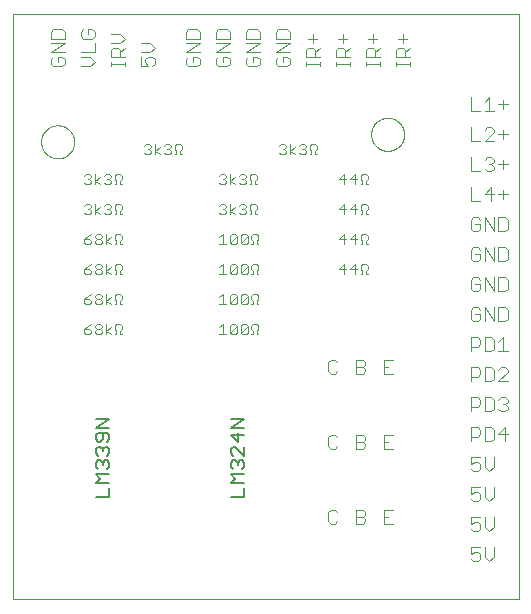
<source format=gto>
G75*
%MOIN*%
%OFA0B0*%
%FSLAX25Y25*%
%IPPOS*%
%LPD*%
%AMOC8*
5,1,8,0,0,1.08239X$1,22.5*
%
%ADD10C,0.00000*%
%ADD11C,0.00400*%
%ADD12C,0.00500*%
D10*
X0001000Y0001000D02*
X0001000Y0195961D01*
X0169701Y0195961D01*
X0169701Y0001000D01*
X0001000Y0001000D01*
X0010488Y0153500D02*
X0010490Y0153648D01*
X0010496Y0153796D01*
X0010506Y0153944D01*
X0010520Y0154091D01*
X0010538Y0154238D01*
X0010559Y0154384D01*
X0010585Y0154530D01*
X0010615Y0154675D01*
X0010648Y0154819D01*
X0010686Y0154962D01*
X0010727Y0155104D01*
X0010772Y0155245D01*
X0010820Y0155385D01*
X0010873Y0155524D01*
X0010929Y0155661D01*
X0010989Y0155796D01*
X0011052Y0155930D01*
X0011119Y0156062D01*
X0011190Y0156192D01*
X0011264Y0156320D01*
X0011341Y0156446D01*
X0011422Y0156570D01*
X0011506Y0156692D01*
X0011593Y0156811D01*
X0011684Y0156928D01*
X0011778Y0157043D01*
X0011874Y0157155D01*
X0011974Y0157265D01*
X0012076Y0157371D01*
X0012182Y0157475D01*
X0012290Y0157576D01*
X0012401Y0157674D01*
X0012514Y0157770D01*
X0012630Y0157862D01*
X0012748Y0157951D01*
X0012869Y0158036D01*
X0012992Y0158119D01*
X0013117Y0158198D01*
X0013244Y0158274D01*
X0013373Y0158346D01*
X0013504Y0158415D01*
X0013637Y0158480D01*
X0013772Y0158541D01*
X0013908Y0158599D01*
X0014045Y0158654D01*
X0014184Y0158704D01*
X0014325Y0158751D01*
X0014466Y0158794D01*
X0014609Y0158834D01*
X0014753Y0158869D01*
X0014897Y0158901D01*
X0015043Y0158928D01*
X0015189Y0158952D01*
X0015336Y0158972D01*
X0015483Y0158988D01*
X0015630Y0159000D01*
X0015778Y0159008D01*
X0015926Y0159012D01*
X0016074Y0159012D01*
X0016222Y0159008D01*
X0016370Y0159000D01*
X0016517Y0158988D01*
X0016664Y0158972D01*
X0016811Y0158952D01*
X0016957Y0158928D01*
X0017103Y0158901D01*
X0017247Y0158869D01*
X0017391Y0158834D01*
X0017534Y0158794D01*
X0017675Y0158751D01*
X0017816Y0158704D01*
X0017955Y0158654D01*
X0018092Y0158599D01*
X0018228Y0158541D01*
X0018363Y0158480D01*
X0018496Y0158415D01*
X0018627Y0158346D01*
X0018756Y0158274D01*
X0018883Y0158198D01*
X0019008Y0158119D01*
X0019131Y0158036D01*
X0019252Y0157951D01*
X0019370Y0157862D01*
X0019486Y0157770D01*
X0019599Y0157674D01*
X0019710Y0157576D01*
X0019818Y0157475D01*
X0019924Y0157371D01*
X0020026Y0157265D01*
X0020126Y0157155D01*
X0020222Y0157043D01*
X0020316Y0156928D01*
X0020407Y0156811D01*
X0020494Y0156692D01*
X0020578Y0156570D01*
X0020659Y0156446D01*
X0020736Y0156320D01*
X0020810Y0156192D01*
X0020881Y0156062D01*
X0020948Y0155930D01*
X0021011Y0155796D01*
X0021071Y0155661D01*
X0021127Y0155524D01*
X0021180Y0155385D01*
X0021228Y0155245D01*
X0021273Y0155104D01*
X0021314Y0154962D01*
X0021352Y0154819D01*
X0021385Y0154675D01*
X0021415Y0154530D01*
X0021441Y0154384D01*
X0021462Y0154238D01*
X0021480Y0154091D01*
X0021494Y0153944D01*
X0021504Y0153796D01*
X0021510Y0153648D01*
X0021512Y0153500D01*
X0021510Y0153352D01*
X0021504Y0153204D01*
X0021494Y0153056D01*
X0021480Y0152909D01*
X0021462Y0152762D01*
X0021441Y0152616D01*
X0021415Y0152470D01*
X0021385Y0152325D01*
X0021352Y0152181D01*
X0021314Y0152038D01*
X0021273Y0151896D01*
X0021228Y0151755D01*
X0021180Y0151615D01*
X0021127Y0151476D01*
X0021071Y0151339D01*
X0021011Y0151204D01*
X0020948Y0151070D01*
X0020881Y0150938D01*
X0020810Y0150808D01*
X0020736Y0150680D01*
X0020659Y0150554D01*
X0020578Y0150430D01*
X0020494Y0150308D01*
X0020407Y0150189D01*
X0020316Y0150072D01*
X0020222Y0149957D01*
X0020126Y0149845D01*
X0020026Y0149735D01*
X0019924Y0149629D01*
X0019818Y0149525D01*
X0019710Y0149424D01*
X0019599Y0149326D01*
X0019486Y0149230D01*
X0019370Y0149138D01*
X0019252Y0149049D01*
X0019131Y0148964D01*
X0019008Y0148881D01*
X0018883Y0148802D01*
X0018756Y0148726D01*
X0018627Y0148654D01*
X0018496Y0148585D01*
X0018363Y0148520D01*
X0018228Y0148459D01*
X0018092Y0148401D01*
X0017955Y0148346D01*
X0017816Y0148296D01*
X0017675Y0148249D01*
X0017534Y0148206D01*
X0017391Y0148166D01*
X0017247Y0148131D01*
X0017103Y0148099D01*
X0016957Y0148072D01*
X0016811Y0148048D01*
X0016664Y0148028D01*
X0016517Y0148012D01*
X0016370Y0148000D01*
X0016222Y0147992D01*
X0016074Y0147988D01*
X0015926Y0147988D01*
X0015778Y0147992D01*
X0015630Y0148000D01*
X0015483Y0148012D01*
X0015336Y0148028D01*
X0015189Y0148048D01*
X0015043Y0148072D01*
X0014897Y0148099D01*
X0014753Y0148131D01*
X0014609Y0148166D01*
X0014466Y0148206D01*
X0014325Y0148249D01*
X0014184Y0148296D01*
X0014045Y0148346D01*
X0013908Y0148401D01*
X0013772Y0148459D01*
X0013637Y0148520D01*
X0013504Y0148585D01*
X0013373Y0148654D01*
X0013244Y0148726D01*
X0013117Y0148802D01*
X0012992Y0148881D01*
X0012869Y0148964D01*
X0012748Y0149049D01*
X0012630Y0149138D01*
X0012514Y0149230D01*
X0012401Y0149326D01*
X0012290Y0149424D01*
X0012182Y0149525D01*
X0012076Y0149629D01*
X0011974Y0149735D01*
X0011874Y0149845D01*
X0011778Y0149957D01*
X0011684Y0150072D01*
X0011593Y0150189D01*
X0011506Y0150308D01*
X0011422Y0150430D01*
X0011341Y0150554D01*
X0011264Y0150680D01*
X0011190Y0150808D01*
X0011119Y0150938D01*
X0011052Y0151070D01*
X0010989Y0151204D01*
X0010929Y0151339D01*
X0010873Y0151476D01*
X0010820Y0151615D01*
X0010772Y0151755D01*
X0010727Y0151896D01*
X0010686Y0152038D01*
X0010648Y0152181D01*
X0010615Y0152325D01*
X0010585Y0152470D01*
X0010559Y0152616D01*
X0010538Y0152762D01*
X0010520Y0152909D01*
X0010506Y0153056D01*
X0010496Y0153204D01*
X0010490Y0153352D01*
X0010488Y0153500D01*
X0120488Y0156000D02*
X0120490Y0156148D01*
X0120496Y0156296D01*
X0120506Y0156444D01*
X0120520Y0156591D01*
X0120538Y0156738D01*
X0120559Y0156884D01*
X0120585Y0157030D01*
X0120615Y0157175D01*
X0120648Y0157319D01*
X0120686Y0157462D01*
X0120727Y0157604D01*
X0120772Y0157745D01*
X0120820Y0157885D01*
X0120873Y0158024D01*
X0120929Y0158161D01*
X0120989Y0158296D01*
X0121052Y0158430D01*
X0121119Y0158562D01*
X0121190Y0158692D01*
X0121264Y0158820D01*
X0121341Y0158946D01*
X0121422Y0159070D01*
X0121506Y0159192D01*
X0121593Y0159311D01*
X0121684Y0159428D01*
X0121778Y0159543D01*
X0121874Y0159655D01*
X0121974Y0159765D01*
X0122076Y0159871D01*
X0122182Y0159975D01*
X0122290Y0160076D01*
X0122401Y0160174D01*
X0122514Y0160270D01*
X0122630Y0160362D01*
X0122748Y0160451D01*
X0122869Y0160536D01*
X0122992Y0160619D01*
X0123117Y0160698D01*
X0123244Y0160774D01*
X0123373Y0160846D01*
X0123504Y0160915D01*
X0123637Y0160980D01*
X0123772Y0161041D01*
X0123908Y0161099D01*
X0124045Y0161154D01*
X0124184Y0161204D01*
X0124325Y0161251D01*
X0124466Y0161294D01*
X0124609Y0161334D01*
X0124753Y0161369D01*
X0124897Y0161401D01*
X0125043Y0161428D01*
X0125189Y0161452D01*
X0125336Y0161472D01*
X0125483Y0161488D01*
X0125630Y0161500D01*
X0125778Y0161508D01*
X0125926Y0161512D01*
X0126074Y0161512D01*
X0126222Y0161508D01*
X0126370Y0161500D01*
X0126517Y0161488D01*
X0126664Y0161472D01*
X0126811Y0161452D01*
X0126957Y0161428D01*
X0127103Y0161401D01*
X0127247Y0161369D01*
X0127391Y0161334D01*
X0127534Y0161294D01*
X0127675Y0161251D01*
X0127816Y0161204D01*
X0127955Y0161154D01*
X0128092Y0161099D01*
X0128228Y0161041D01*
X0128363Y0160980D01*
X0128496Y0160915D01*
X0128627Y0160846D01*
X0128756Y0160774D01*
X0128883Y0160698D01*
X0129008Y0160619D01*
X0129131Y0160536D01*
X0129252Y0160451D01*
X0129370Y0160362D01*
X0129486Y0160270D01*
X0129599Y0160174D01*
X0129710Y0160076D01*
X0129818Y0159975D01*
X0129924Y0159871D01*
X0130026Y0159765D01*
X0130126Y0159655D01*
X0130222Y0159543D01*
X0130316Y0159428D01*
X0130407Y0159311D01*
X0130494Y0159192D01*
X0130578Y0159070D01*
X0130659Y0158946D01*
X0130736Y0158820D01*
X0130810Y0158692D01*
X0130881Y0158562D01*
X0130948Y0158430D01*
X0131011Y0158296D01*
X0131071Y0158161D01*
X0131127Y0158024D01*
X0131180Y0157885D01*
X0131228Y0157745D01*
X0131273Y0157604D01*
X0131314Y0157462D01*
X0131352Y0157319D01*
X0131385Y0157175D01*
X0131415Y0157030D01*
X0131441Y0156884D01*
X0131462Y0156738D01*
X0131480Y0156591D01*
X0131494Y0156444D01*
X0131504Y0156296D01*
X0131510Y0156148D01*
X0131512Y0156000D01*
X0131510Y0155852D01*
X0131504Y0155704D01*
X0131494Y0155556D01*
X0131480Y0155409D01*
X0131462Y0155262D01*
X0131441Y0155116D01*
X0131415Y0154970D01*
X0131385Y0154825D01*
X0131352Y0154681D01*
X0131314Y0154538D01*
X0131273Y0154396D01*
X0131228Y0154255D01*
X0131180Y0154115D01*
X0131127Y0153976D01*
X0131071Y0153839D01*
X0131011Y0153704D01*
X0130948Y0153570D01*
X0130881Y0153438D01*
X0130810Y0153308D01*
X0130736Y0153180D01*
X0130659Y0153054D01*
X0130578Y0152930D01*
X0130494Y0152808D01*
X0130407Y0152689D01*
X0130316Y0152572D01*
X0130222Y0152457D01*
X0130126Y0152345D01*
X0130026Y0152235D01*
X0129924Y0152129D01*
X0129818Y0152025D01*
X0129710Y0151924D01*
X0129599Y0151826D01*
X0129486Y0151730D01*
X0129370Y0151638D01*
X0129252Y0151549D01*
X0129131Y0151464D01*
X0129008Y0151381D01*
X0128883Y0151302D01*
X0128756Y0151226D01*
X0128627Y0151154D01*
X0128496Y0151085D01*
X0128363Y0151020D01*
X0128228Y0150959D01*
X0128092Y0150901D01*
X0127955Y0150846D01*
X0127816Y0150796D01*
X0127675Y0150749D01*
X0127534Y0150706D01*
X0127391Y0150666D01*
X0127247Y0150631D01*
X0127103Y0150599D01*
X0126957Y0150572D01*
X0126811Y0150548D01*
X0126664Y0150528D01*
X0126517Y0150512D01*
X0126370Y0150500D01*
X0126222Y0150492D01*
X0126074Y0150488D01*
X0125926Y0150488D01*
X0125778Y0150492D01*
X0125630Y0150500D01*
X0125483Y0150512D01*
X0125336Y0150528D01*
X0125189Y0150548D01*
X0125043Y0150572D01*
X0124897Y0150599D01*
X0124753Y0150631D01*
X0124609Y0150666D01*
X0124466Y0150706D01*
X0124325Y0150749D01*
X0124184Y0150796D01*
X0124045Y0150846D01*
X0123908Y0150901D01*
X0123772Y0150959D01*
X0123637Y0151020D01*
X0123504Y0151085D01*
X0123373Y0151154D01*
X0123244Y0151226D01*
X0123117Y0151302D01*
X0122992Y0151381D01*
X0122869Y0151464D01*
X0122748Y0151549D01*
X0122630Y0151638D01*
X0122514Y0151730D01*
X0122401Y0151826D01*
X0122290Y0151924D01*
X0122182Y0152025D01*
X0122076Y0152129D01*
X0121974Y0152235D01*
X0121874Y0152345D01*
X0121778Y0152457D01*
X0121684Y0152572D01*
X0121593Y0152689D01*
X0121506Y0152808D01*
X0121422Y0152930D01*
X0121341Y0153054D01*
X0121264Y0153180D01*
X0121190Y0153308D01*
X0121119Y0153438D01*
X0121052Y0153570D01*
X0120989Y0153704D01*
X0120929Y0153839D01*
X0120873Y0153976D01*
X0120820Y0154115D01*
X0120772Y0154255D01*
X0120727Y0154396D01*
X0120686Y0154538D01*
X0120648Y0154681D01*
X0120615Y0154825D01*
X0120585Y0154970D01*
X0120559Y0155116D01*
X0120538Y0155262D01*
X0120520Y0155409D01*
X0120506Y0155556D01*
X0120496Y0155704D01*
X0120490Y0155852D01*
X0120488Y0156000D01*
D11*
X0118734Y0142803D02*
X0117566Y0142803D01*
X0116982Y0142219D01*
X0116982Y0141051D01*
X0117566Y0140468D01*
X0117566Y0139300D01*
X0116982Y0139300D01*
X0118734Y0139300D02*
X0118734Y0140468D01*
X0119317Y0141051D01*
X0119317Y0142219D01*
X0118734Y0142803D01*
X0115726Y0141051D02*
X0113391Y0141051D01*
X0115143Y0142803D01*
X0115143Y0139300D01*
X0112135Y0141051D02*
X0109800Y0141051D01*
X0111551Y0142803D01*
X0111551Y0139300D01*
X0111551Y0132803D02*
X0109800Y0131051D01*
X0112135Y0131051D01*
X0113391Y0131051D02*
X0115726Y0131051D01*
X0116982Y0131051D02*
X0116982Y0132219D01*
X0117566Y0132803D01*
X0118734Y0132803D01*
X0119317Y0132219D01*
X0119317Y0131051D01*
X0118734Y0130468D01*
X0118734Y0129300D01*
X0119317Y0129300D01*
X0117566Y0129300D02*
X0117566Y0130468D01*
X0116982Y0131051D01*
X0116982Y0129300D02*
X0117566Y0129300D01*
X0115143Y0129300D02*
X0115143Y0132803D01*
X0113391Y0131051D01*
X0111551Y0129300D02*
X0111551Y0132803D01*
X0118734Y0139300D02*
X0119317Y0139300D01*
X0118734Y0122803D02*
X0117566Y0122803D01*
X0116982Y0122219D01*
X0116982Y0121051D01*
X0117566Y0120468D01*
X0117566Y0119300D01*
X0116982Y0119300D01*
X0118734Y0119300D02*
X0118734Y0120468D01*
X0119317Y0121051D01*
X0119317Y0122219D01*
X0118734Y0122803D01*
X0115726Y0121051D02*
X0113391Y0121051D01*
X0115143Y0122803D01*
X0115143Y0119300D01*
X0112135Y0121051D02*
X0109800Y0121051D01*
X0111551Y0122803D01*
X0111551Y0119300D01*
X0111551Y0112803D02*
X0109800Y0111051D01*
X0112135Y0111051D01*
X0113391Y0111051D02*
X0115726Y0111051D01*
X0116982Y0111051D02*
X0116982Y0112219D01*
X0117566Y0112803D01*
X0118734Y0112803D01*
X0119317Y0112219D01*
X0119317Y0111051D01*
X0118734Y0110468D01*
X0118734Y0109300D01*
X0119317Y0109300D01*
X0117566Y0109300D02*
X0117566Y0110468D01*
X0116982Y0111051D01*
X0116982Y0109300D02*
X0117566Y0109300D01*
X0115143Y0109300D02*
X0115143Y0112803D01*
X0113391Y0111051D01*
X0111551Y0109300D02*
X0111551Y0112803D01*
X0118734Y0119300D02*
X0119317Y0119300D01*
X0102310Y0149300D02*
X0101726Y0149300D01*
X0101726Y0150468D01*
X0102310Y0151051D01*
X0102310Y0152219D01*
X0101726Y0152803D01*
X0100559Y0152803D01*
X0099975Y0152219D01*
X0099975Y0151051D01*
X0100559Y0150468D01*
X0100559Y0149300D01*
X0099975Y0149300D01*
X0098719Y0149884D02*
X0098135Y0149300D01*
X0096967Y0149300D01*
X0096384Y0149884D01*
X0095143Y0149300D02*
X0093391Y0150468D01*
X0095143Y0151635D01*
X0096384Y0152219D02*
X0096967Y0152803D01*
X0098135Y0152803D01*
X0098719Y0152219D01*
X0098719Y0151635D01*
X0098135Y0151051D01*
X0098719Y0150468D01*
X0098719Y0149884D01*
X0098135Y0151051D02*
X0097551Y0151051D01*
X0093391Y0149300D02*
X0093391Y0152803D01*
X0092135Y0152219D02*
X0092135Y0151635D01*
X0091551Y0151051D01*
X0092135Y0150468D01*
X0092135Y0149884D01*
X0091551Y0149300D01*
X0090384Y0149300D01*
X0089800Y0149884D01*
X0090968Y0151051D02*
X0091551Y0151051D01*
X0092135Y0152219D02*
X0091551Y0152803D01*
X0090384Y0152803D01*
X0089800Y0152219D01*
X0081726Y0142803D02*
X0082310Y0142219D01*
X0082310Y0141051D01*
X0081726Y0140468D01*
X0081726Y0139300D01*
X0082310Y0139300D01*
X0080559Y0139300D02*
X0080559Y0140468D01*
X0079975Y0141051D01*
X0079975Y0142219D01*
X0080559Y0142803D01*
X0081726Y0142803D01*
X0078719Y0142219D02*
X0078719Y0141635D01*
X0078135Y0141051D01*
X0078719Y0140468D01*
X0078719Y0139884D01*
X0078135Y0139300D01*
X0076967Y0139300D01*
X0076384Y0139884D01*
X0075143Y0139300D02*
X0073391Y0140468D01*
X0075143Y0141635D01*
X0076384Y0142219D02*
X0076967Y0142803D01*
X0078135Y0142803D01*
X0078719Y0142219D01*
X0078135Y0141051D02*
X0077551Y0141051D01*
X0079975Y0139300D02*
X0080559Y0139300D01*
X0080559Y0132803D02*
X0079975Y0132219D01*
X0079975Y0131051D01*
X0080559Y0130468D01*
X0080559Y0129300D01*
X0079975Y0129300D01*
X0078719Y0129884D02*
X0078135Y0129300D01*
X0076967Y0129300D01*
X0076384Y0129884D01*
X0075143Y0129300D02*
X0073391Y0130468D01*
X0075143Y0131635D01*
X0076384Y0132219D02*
X0076967Y0132803D01*
X0078135Y0132803D01*
X0078719Y0132219D01*
X0078719Y0131635D01*
X0078135Y0131051D01*
X0078719Y0130468D01*
X0078719Y0129884D01*
X0078135Y0131051D02*
X0077551Y0131051D01*
X0080559Y0132803D02*
X0081726Y0132803D01*
X0082310Y0132219D01*
X0082310Y0131051D01*
X0081726Y0130468D01*
X0081726Y0129300D01*
X0082310Y0129300D01*
X0082325Y0122803D02*
X0081157Y0122803D01*
X0080573Y0122219D01*
X0080573Y0121051D01*
X0081157Y0120468D01*
X0081157Y0119300D01*
X0080573Y0119300D01*
X0079317Y0119884D02*
X0078734Y0119300D01*
X0077566Y0119300D01*
X0076982Y0119884D01*
X0079317Y0122219D01*
X0079317Y0119884D01*
X0076982Y0119884D02*
X0076982Y0122219D01*
X0077566Y0122803D01*
X0078734Y0122803D01*
X0079317Y0122219D01*
X0082325Y0122803D02*
X0082909Y0122219D01*
X0082909Y0121051D01*
X0082325Y0120468D01*
X0082325Y0119300D01*
X0082909Y0119300D01*
X0082325Y0112803D02*
X0081157Y0112803D01*
X0080573Y0112219D01*
X0080573Y0111051D01*
X0081157Y0110468D01*
X0081157Y0109300D01*
X0080573Y0109300D01*
X0079317Y0109884D02*
X0079317Y0112219D01*
X0076982Y0109884D01*
X0077566Y0109300D01*
X0078734Y0109300D01*
X0079317Y0109884D01*
X0076982Y0109884D02*
X0076982Y0112219D01*
X0077566Y0112803D01*
X0078734Y0112803D01*
X0079317Y0112219D01*
X0082325Y0112803D02*
X0082909Y0112219D01*
X0082909Y0111051D01*
X0082325Y0110468D01*
X0082325Y0109300D01*
X0082909Y0109300D01*
X0082325Y0102803D02*
X0081157Y0102803D01*
X0080573Y0102219D01*
X0080573Y0101051D01*
X0081157Y0100468D01*
X0081157Y0099300D01*
X0080573Y0099300D01*
X0079317Y0099884D02*
X0079317Y0102219D01*
X0076982Y0099884D01*
X0077566Y0099300D01*
X0078734Y0099300D01*
X0079317Y0099884D01*
X0076982Y0099884D02*
X0076982Y0102219D01*
X0077566Y0102803D01*
X0078734Y0102803D01*
X0079317Y0102219D01*
X0082325Y0102803D02*
X0082909Y0102219D01*
X0082909Y0101051D01*
X0082325Y0100468D01*
X0082325Y0099300D01*
X0082909Y0099300D01*
X0082325Y0092803D02*
X0081157Y0092803D01*
X0080573Y0092219D01*
X0080573Y0091051D01*
X0081157Y0090468D01*
X0081157Y0089300D01*
X0080573Y0089300D01*
X0079317Y0089884D02*
X0079317Y0092219D01*
X0076982Y0089884D01*
X0077566Y0089300D01*
X0078734Y0089300D01*
X0079317Y0089884D01*
X0076982Y0089884D02*
X0076982Y0092219D01*
X0077566Y0092803D01*
X0078734Y0092803D01*
X0079317Y0092219D01*
X0082325Y0092803D02*
X0082909Y0092219D01*
X0082909Y0091051D01*
X0082325Y0090468D01*
X0082325Y0089300D01*
X0082909Y0089300D01*
X0075726Y0089884D02*
X0075143Y0089300D01*
X0073975Y0089300D01*
X0073391Y0089884D01*
X0075726Y0092219D01*
X0075726Y0089884D01*
X0075726Y0092219D02*
X0075143Y0092803D01*
X0073975Y0092803D01*
X0073391Y0092219D01*
X0073391Y0089884D01*
X0072135Y0089300D02*
X0069800Y0089300D01*
X0070968Y0089300D02*
X0070968Y0092803D01*
X0069800Y0091635D01*
X0069800Y0099300D02*
X0072135Y0099300D01*
X0070968Y0099300D02*
X0070968Y0102803D01*
X0069800Y0101635D01*
X0073391Y0102219D02*
X0073391Y0099884D01*
X0075726Y0102219D01*
X0075726Y0099884D01*
X0075143Y0099300D01*
X0073975Y0099300D01*
X0073391Y0099884D01*
X0073391Y0102219D02*
X0073975Y0102803D01*
X0075143Y0102803D01*
X0075726Y0102219D01*
X0075143Y0109300D02*
X0073975Y0109300D01*
X0073391Y0109884D01*
X0075726Y0112219D01*
X0075726Y0109884D01*
X0075143Y0109300D01*
X0075726Y0112219D02*
X0075143Y0112803D01*
X0073975Y0112803D01*
X0073391Y0112219D01*
X0073391Y0109884D01*
X0072135Y0109300D02*
X0069800Y0109300D01*
X0070968Y0109300D02*
X0070968Y0112803D01*
X0069800Y0111635D01*
X0069800Y0119300D02*
X0072135Y0119300D01*
X0070968Y0119300D02*
X0070968Y0122803D01*
X0069800Y0121635D01*
X0073391Y0122219D02*
X0073391Y0119884D01*
X0075726Y0122219D01*
X0075726Y0119884D01*
X0075143Y0119300D01*
X0073975Y0119300D01*
X0073391Y0119884D01*
X0073391Y0122219D02*
X0073975Y0122803D01*
X0075143Y0122803D01*
X0075726Y0122219D01*
X0073391Y0129300D02*
X0073391Y0132803D01*
X0072135Y0132219D02*
X0072135Y0131635D01*
X0071551Y0131051D01*
X0072135Y0130468D01*
X0072135Y0129884D01*
X0071551Y0129300D01*
X0070384Y0129300D01*
X0069800Y0129884D01*
X0070968Y0131051D02*
X0071551Y0131051D01*
X0072135Y0132219D02*
X0071551Y0132803D01*
X0070384Y0132803D01*
X0069800Y0132219D01*
X0070384Y0139300D02*
X0069800Y0139884D01*
X0070384Y0139300D02*
X0071551Y0139300D01*
X0072135Y0139884D01*
X0072135Y0140468D01*
X0071551Y0141051D01*
X0070968Y0141051D01*
X0071551Y0141051D02*
X0072135Y0141635D01*
X0072135Y0142219D01*
X0071551Y0142803D01*
X0070384Y0142803D01*
X0069800Y0142219D01*
X0073391Y0142803D02*
X0073391Y0139300D01*
X0057310Y0149300D02*
X0056726Y0149300D01*
X0056726Y0150468D01*
X0057310Y0151051D01*
X0057310Y0152219D01*
X0056726Y0152803D01*
X0055559Y0152803D01*
X0054975Y0152219D01*
X0054975Y0151051D01*
X0055559Y0150468D01*
X0055559Y0149300D01*
X0054975Y0149300D01*
X0053719Y0149884D02*
X0053135Y0149300D01*
X0051967Y0149300D01*
X0051384Y0149884D01*
X0050143Y0149300D02*
X0048391Y0150468D01*
X0050143Y0151635D01*
X0051384Y0152219D02*
X0051967Y0152803D01*
X0053135Y0152803D01*
X0053719Y0152219D01*
X0053719Y0151635D01*
X0053135Y0151051D01*
X0053719Y0150468D01*
X0053719Y0149884D01*
X0053135Y0151051D02*
X0052551Y0151051D01*
X0048391Y0149300D02*
X0048391Y0152803D01*
X0047135Y0152219D02*
X0047135Y0151635D01*
X0046551Y0151051D01*
X0047135Y0150468D01*
X0047135Y0149884D01*
X0046551Y0149300D01*
X0045384Y0149300D01*
X0044800Y0149884D01*
X0045968Y0151051D02*
X0046551Y0151051D01*
X0047135Y0152219D02*
X0046551Y0152803D01*
X0045384Y0152803D01*
X0044800Y0152219D01*
X0036726Y0142803D02*
X0037310Y0142219D01*
X0037310Y0141051D01*
X0036726Y0140468D01*
X0036726Y0139300D01*
X0037310Y0139300D01*
X0035559Y0139300D02*
X0035559Y0140468D01*
X0034975Y0141051D01*
X0034975Y0142219D01*
X0035559Y0142803D01*
X0036726Y0142803D01*
X0033719Y0142219D02*
X0033719Y0141635D01*
X0033135Y0141051D01*
X0033719Y0140468D01*
X0033719Y0139884D01*
X0033135Y0139300D01*
X0031967Y0139300D01*
X0031384Y0139884D01*
X0030143Y0139300D02*
X0028391Y0140468D01*
X0030143Y0141635D01*
X0031384Y0142219D02*
X0031967Y0142803D01*
X0033135Y0142803D01*
X0033719Y0142219D01*
X0033135Y0141051D02*
X0032551Y0141051D01*
X0034975Y0139300D02*
X0035559Y0139300D01*
X0035559Y0132803D02*
X0036726Y0132803D01*
X0037310Y0132219D01*
X0037310Y0131051D01*
X0036726Y0130468D01*
X0036726Y0129300D01*
X0037310Y0129300D01*
X0035559Y0129300D02*
X0035559Y0130468D01*
X0034975Y0131051D01*
X0034975Y0132219D01*
X0035559Y0132803D01*
X0033719Y0132219D02*
X0033719Y0131635D01*
X0033135Y0131051D01*
X0033719Y0130468D01*
X0033719Y0129884D01*
X0033135Y0129300D01*
X0031967Y0129300D01*
X0031384Y0129884D01*
X0030143Y0129300D02*
X0028391Y0130468D01*
X0030143Y0131635D01*
X0031384Y0132219D02*
X0031967Y0132803D01*
X0033135Y0132803D01*
X0033719Y0132219D01*
X0033135Y0131051D02*
X0032551Y0131051D01*
X0034975Y0129300D02*
X0035559Y0129300D01*
X0035559Y0122803D02*
X0036726Y0122803D01*
X0037310Y0122219D01*
X0037310Y0121051D01*
X0036726Y0120468D01*
X0036726Y0119300D01*
X0037310Y0119300D01*
X0035559Y0119300D02*
X0035559Y0120468D01*
X0034975Y0121051D01*
X0034975Y0122219D01*
X0035559Y0122803D01*
X0033734Y0121635D02*
X0031982Y0120468D01*
X0033734Y0119300D01*
X0034975Y0119300D02*
X0035559Y0119300D01*
X0031982Y0119300D02*
X0031982Y0122803D01*
X0030726Y0122219D02*
X0030726Y0121635D01*
X0030143Y0121051D01*
X0028975Y0121051D01*
X0028391Y0121635D01*
X0028391Y0122219D01*
X0028975Y0122803D01*
X0030143Y0122803D01*
X0030726Y0122219D01*
X0030143Y0121051D02*
X0030726Y0120468D01*
X0030726Y0119884D01*
X0030143Y0119300D01*
X0028975Y0119300D01*
X0028391Y0119884D01*
X0028391Y0120468D01*
X0028975Y0121051D01*
X0027135Y0120468D02*
X0027135Y0119884D01*
X0026551Y0119300D01*
X0025384Y0119300D01*
X0024800Y0119884D01*
X0024800Y0121051D01*
X0026551Y0121051D01*
X0027135Y0120468D01*
X0025968Y0122219D02*
X0024800Y0121051D01*
X0025968Y0122219D02*
X0027135Y0122803D01*
X0026551Y0129300D02*
X0025384Y0129300D01*
X0024800Y0129884D01*
X0025968Y0131051D02*
X0026551Y0131051D01*
X0027135Y0130468D01*
X0027135Y0129884D01*
X0026551Y0129300D01*
X0026551Y0131051D02*
X0027135Y0131635D01*
X0027135Y0132219D01*
X0026551Y0132803D01*
X0025384Y0132803D01*
X0024800Y0132219D01*
X0028391Y0132803D02*
X0028391Y0129300D01*
X0028391Y0139300D02*
X0028391Y0142803D01*
X0027135Y0142219D02*
X0027135Y0141635D01*
X0026551Y0141051D01*
X0027135Y0140468D01*
X0027135Y0139884D01*
X0026551Y0139300D01*
X0025384Y0139300D01*
X0024800Y0139884D01*
X0025968Y0141051D02*
X0026551Y0141051D01*
X0027135Y0142219D02*
X0026551Y0142803D01*
X0025384Y0142803D01*
X0024800Y0142219D01*
X0027135Y0112803D02*
X0025968Y0112219D01*
X0024800Y0111051D01*
X0026551Y0111051D01*
X0027135Y0110468D01*
X0027135Y0109884D01*
X0026551Y0109300D01*
X0025384Y0109300D01*
X0024800Y0109884D01*
X0024800Y0111051D01*
X0028391Y0110468D02*
X0028391Y0109884D01*
X0028975Y0109300D01*
X0030143Y0109300D01*
X0030726Y0109884D01*
X0030726Y0110468D01*
X0030143Y0111051D01*
X0028975Y0111051D01*
X0028391Y0111635D01*
X0028391Y0112219D01*
X0028975Y0112803D01*
X0030143Y0112803D01*
X0030726Y0112219D01*
X0030726Y0111635D01*
X0030143Y0111051D01*
X0028975Y0111051D02*
X0028391Y0110468D01*
X0031982Y0110468D02*
X0033734Y0111635D01*
X0034975Y0111051D02*
X0034975Y0112219D01*
X0035559Y0112803D01*
X0036726Y0112803D01*
X0037310Y0112219D01*
X0037310Y0111051D01*
X0036726Y0110468D01*
X0036726Y0109300D01*
X0037310Y0109300D01*
X0035559Y0109300D02*
X0035559Y0110468D01*
X0034975Y0111051D01*
X0034975Y0109300D02*
X0035559Y0109300D01*
X0033734Y0109300D02*
X0031982Y0110468D01*
X0031982Y0109300D02*
X0031982Y0112803D01*
X0031982Y0102803D02*
X0031982Y0099300D01*
X0031982Y0100468D02*
X0033734Y0101635D01*
X0034975Y0101051D02*
X0034975Y0102219D01*
X0035559Y0102803D01*
X0036726Y0102803D01*
X0037310Y0102219D01*
X0037310Y0101051D01*
X0036726Y0100468D01*
X0036726Y0099300D01*
X0037310Y0099300D01*
X0035559Y0099300D02*
X0035559Y0100468D01*
X0034975Y0101051D01*
X0034975Y0099300D02*
X0035559Y0099300D01*
X0033734Y0099300D02*
X0031982Y0100468D01*
X0030726Y0100468D02*
X0030726Y0099884D01*
X0030143Y0099300D01*
X0028975Y0099300D01*
X0028391Y0099884D01*
X0028391Y0100468D01*
X0028975Y0101051D01*
X0030143Y0101051D01*
X0030726Y0100468D01*
X0030143Y0101051D02*
X0030726Y0101635D01*
X0030726Y0102219D01*
X0030143Y0102803D01*
X0028975Y0102803D01*
X0028391Y0102219D01*
X0028391Y0101635D01*
X0028975Y0101051D01*
X0027135Y0100468D02*
X0027135Y0099884D01*
X0026551Y0099300D01*
X0025384Y0099300D01*
X0024800Y0099884D01*
X0024800Y0101051D01*
X0026551Y0101051D01*
X0027135Y0100468D01*
X0025968Y0102219D02*
X0024800Y0101051D01*
X0025968Y0102219D02*
X0027135Y0102803D01*
X0027135Y0092803D02*
X0025968Y0092219D01*
X0024800Y0091051D01*
X0026551Y0091051D01*
X0027135Y0090468D01*
X0027135Y0089884D01*
X0026551Y0089300D01*
X0025384Y0089300D01*
X0024800Y0089884D01*
X0024800Y0091051D01*
X0028391Y0090468D02*
X0028975Y0091051D01*
X0030143Y0091051D01*
X0030726Y0090468D01*
X0030726Y0089884D01*
X0030143Y0089300D01*
X0028975Y0089300D01*
X0028391Y0089884D01*
X0028391Y0090468D01*
X0028975Y0091051D02*
X0028391Y0091635D01*
X0028391Y0092219D01*
X0028975Y0092803D01*
X0030143Y0092803D01*
X0030726Y0092219D01*
X0030726Y0091635D01*
X0030143Y0091051D01*
X0031982Y0090468D02*
X0033734Y0091635D01*
X0034975Y0091051D02*
X0035559Y0090468D01*
X0035559Y0089300D01*
X0034975Y0089300D01*
X0033734Y0089300D02*
X0031982Y0090468D01*
X0031982Y0089300D02*
X0031982Y0092803D01*
X0034975Y0092219D02*
X0035559Y0092803D01*
X0036726Y0092803D01*
X0037310Y0092219D01*
X0037310Y0091051D01*
X0036726Y0090468D01*
X0036726Y0089300D01*
X0037310Y0089300D01*
X0034975Y0091051D02*
X0034975Y0092219D01*
X0106200Y0080037D02*
X0106200Y0076967D01*
X0106967Y0076200D01*
X0108502Y0076200D01*
X0109269Y0076967D01*
X0109269Y0080037D02*
X0108502Y0080804D01*
X0106967Y0080804D01*
X0106200Y0080037D01*
X0115408Y0080804D02*
X0115408Y0076200D01*
X0117710Y0076200D01*
X0118477Y0076967D01*
X0118477Y0077735D01*
X0117710Y0078502D01*
X0115408Y0078502D01*
X0117710Y0078502D02*
X0118477Y0079269D01*
X0118477Y0080037D01*
X0117710Y0080804D01*
X0115408Y0080804D01*
X0124616Y0080804D02*
X0124616Y0076200D01*
X0127685Y0076200D01*
X0126150Y0078502D02*
X0124616Y0078502D01*
X0124616Y0080804D02*
X0127685Y0080804D01*
X0127685Y0055804D02*
X0124616Y0055804D01*
X0124616Y0051200D01*
X0127685Y0051200D01*
X0126150Y0053502D02*
X0124616Y0053502D01*
X0118477Y0054269D02*
X0117710Y0053502D01*
X0115408Y0053502D01*
X0117710Y0053502D02*
X0118477Y0052735D01*
X0118477Y0051967D01*
X0117710Y0051200D01*
X0115408Y0051200D01*
X0115408Y0055804D01*
X0117710Y0055804D01*
X0118477Y0055037D01*
X0118477Y0054269D01*
X0109269Y0055037D02*
X0108502Y0055804D01*
X0106967Y0055804D01*
X0106200Y0055037D01*
X0106200Y0051967D01*
X0106967Y0051200D01*
X0108502Y0051200D01*
X0109269Y0051967D01*
X0108502Y0030804D02*
X0106967Y0030804D01*
X0106200Y0030037D01*
X0106200Y0026967D01*
X0106967Y0026200D01*
X0108502Y0026200D01*
X0109269Y0026967D01*
X0109269Y0030037D02*
X0108502Y0030804D01*
X0115408Y0030804D02*
X0115408Y0026200D01*
X0117710Y0026200D01*
X0118477Y0026967D01*
X0118477Y0027735D01*
X0117710Y0028502D01*
X0115408Y0028502D01*
X0117710Y0028502D02*
X0118477Y0029269D01*
X0118477Y0030037D01*
X0117710Y0030804D01*
X0115408Y0030804D01*
X0124616Y0030804D02*
X0124616Y0026200D01*
X0127685Y0026200D01*
X0126150Y0028502D02*
X0124616Y0028502D01*
X0124616Y0030804D02*
X0127685Y0030804D01*
X0153700Y0028304D02*
X0153700Y0026002D01*
X0155235Y0026769D01*
X0156002Y0026769D01*
X0156769Y0026002D01*
X0156769Y0024467D01*
X0156002Y0023700D01*
X0154467Y0023700D01*
X0153700Y0024467D01*
X0153700Y0028304D02*
X0156769Y0028304D01*
X0158304Y0028304D02*
X0158304Y0025235D01*
X0159839Y0023700D01*
X0161373Y0025235D01*
X0161373Y0028304D01*
X0159839Y0033700D02*
X0158304Y0035235D01*
X0158304Y0038304D01*
X0156769Y0038304D02*
X0153700Y0038304D01*
X0153700Y0036002D01*
X0155235Y0036769D01*
X0156002Y0036769D01*
X0156769Y0036002D01*
X0156769Y0034467D01*
X0156002Y0033700D01*
X0154467Y0033700D01*
X0153700Y0034467D01*
X0159839Y0033700D02*
X0161373Y0035235D01*
X0161373Y0038304D01*
X0159839Y0043700D02*
X0158304Y0045235D01*
X0158304Y0048304D01*
X0156769Y0048304D02*
X0153700Y0048304D01*
X0153700Y0046002D01*
X0155235Y0046769D01*
X0156002Y0046769D01*
X0156769Y0046002D01*
X0156769Y0044467D01*
X0156002Y0043700D01*
X0154467Y0043700D01*
X0153700Y0044467D01*
X0159839Y0043700D02*
X0161373Y0045235D01*
X0161373Y0048304D01*
X0160606Y0053700D02*
X0158304Y0053700D01*
X0158304Y0058304D01*
X0160606Y0058304D01*
X0161373Y0057537D01*
X0161373Y0054467D01*
X0160606Y0053700D01*
X0162908Y0056002D02*
X0165977Y0056002D01*
X0165210Y0053700D02*
X0165210Y0058304D01*
X0162908Y0056002D01*
X0156769Y0056002D02*
X0156002Y0055235D01*
X0153700Y0055235D01*
X0153700Y0053700D02*
X0153700Y0058304D01*
X0156002Y0058304D01*
X0156769Y0057537D01*
X0156769Y0056002D01*
X0158304Y0063700D02*
X0160606Y0063700D01*
X0161373Y0064467D01*
X0161373Y0067537D01*
X0160606Y0068304D01*
X0158304Y0068304D01*
X0158304Y0063700D01*
X0156769Y0066002D02*
X0156002Y0065235D01*
X0153700Y0065235D01*
X0153700Y0063700D02*
X0153700Y0068304D01*
X0156002Y0068304D01*
X0156769Y0067537D01*
X0156769Y0066002D01*
X0162908Y0067537D02*
X0163675Y0068304D01*
X0165210Y0068304D01*
X0165977Y0067537D01*
X0165977Y0066769D01*
X0165210Y0066002D01*
X0165977Y0065235D01*
X0165977Y0064467D01*
X0165210Y0063700D01*
X0163675Y0063700D01*
X0162908Y0064467D01*
X0164442Y0066002D02*
X0165210Y0066002D01*
X0165977Y0073700D02*
X0162908Y0073700D01*
X0165977Y0076769D01*
X0165977Y0077537D01*
X0165210Y0078304D01*
X0163675Y0078304D01*
X0162908Y0077537D01*
X0161373Y0077537D02*
X0160606Y0078304D01*
X0158304Y0078304D01*
X0158304Y0073700D01*
X0160606Y0073700D01*
X0161373Y0074467D01*
X0161373Y0077537D01*
X0156769Y0077537D02*
X0156769Y0076002D01*
X0156002Y0075235D01*
X0153700Y0075235D01*
X0153700Y0073700D02*
X0153700Y0078304D01*
X0156002Y0078304D01*
X0156769Y0077537D01*
X0158304Y0083700D02*
X0160606Y0083700D01*
X0161373Y0084467D01*
X0161373Y0087537D01*
X0160606Y0088304D01*
X0158304Y0088304D01*
X0158304Y0083700D01*
X0156769Y0086002D02*
X0156002Y0085235D01*
X0153700Y0085235D01*
X0153700Y0083700D02*
X0153700Y0088304D01*
X0156002Y0088304D01*
X0156769Y0087537D01*
X0156769Y0086002D01*
X0162908Y0086769D02*
X0164442Y0088304D01*
X0164442Y0083700D01*
X0162908Y0083700D02*
X0165977Y0083700D01*
X0165210Y0093700D02*
X0162908Y0093700D01*
X0162908Y0098304D01*
X0165210Y0098304D01*
X0165977Y0097537D01*
X0165977Y0094467D01*
X0165210Y0093700D01*
X0161373Y0093700D02*
X0161373Y0098304D01*
X0158304Y0098304D02*
X0158304Y0093700D01*
X0156769Y0094467D02*
X0156769Y0096002D01*
X0155235Y0096002D01*
X0156769Y0097537D02*
X0156002Y0098304D01*
X0154467Y0098304D01*
X0153700Y0097537D01*
X0153700Y0094467D01*
X0154467Y0093700D01*
X0156002Y0093700D01*
X0156769Y0094467D01*
X0158304Y0098304D02*
X0161373Y0093700D01*
X0161373Y0103700D02*
X0161373Y0108304D01*
X0162908Y0108304D02*
X0165210Y0108304D01*
X0165977Y0107537D01*
X0165977Y0104467D01*
X0165210Y0103700D01*
X0162908Y0103700D01*
X0162908Y0108304D01*
X0158304Y0108304D02*
X0161373Y0103700D01*
X0158304Y0103700D02*
X0158304Y0108304D01*
X0156769Y0107537D02*
X0156002Y0108304D01*
X0154467Y0108304D01*
X0153700Y0107537D01*
X0153700Y0104467D01*
X0154467Y0103700D01*
X0156002Y0103700D01*
X0156769Y0104467D01*
X0156769Y0106002D01*
X0155235Y0106002D01*
X0154467Y0113700D02*
X0156002Y0113700D01*
X0156769Y0114467D01*
X0156769Y0116002D01*
X0155235Y0116002D01*
X0156769Y0117537D02*
X0156002Y0118304D01*
X0154467Y0118304D01*
X0153700Y0117537D01*
X0153700Y0114467D01*
X0154467Y0113700D01*
X0158304Y0113700D02*
X0158304Y0118304D01*
X0161373Y0113700D01*
X0161373Y0118304D01*
X0162908Y0118304D02*
X0165210Y0118304D01*
X0165977Y0117537D01*
X0165977Y0114467D01*
X0165210Y0113700D01*
X0162908Y0113700D01*
X0162908Y0118304D01*
X0162908Y0123700D02*
X0165210Y0123700D01*
X0165977Y0124467D01*
X0165977Y0127537D01*
X0165210Y0128304D01*
X0162908Y0128304D01*
X0162908Y0123700D01*
X0161373Y0123700D02*
X0161373Y0128304D01*
X0158304Y0128304D02*
X0161373Y0123700D01*
X0158304Y0123700D02*
X0158304Y0128304D01*
X0156769Y0127537D02*
X0156002Y0128304D01*
X0154467Y0128304D01*
X0153700Y0127537D01*
X0153700Y0124467D01*
X0154467Y0123700D01*
X0156002Y0123700D01*
X0156769Y0124467D01*
X0156769Y0126002D01*
X0155235Y0126002D01*
X0153700Y0133700D02*
X0156769Y0133700D01*
X0153700Y0133700D02*
X0153700Y0138304D01*
X0158304Y0136002D02*
X0161373Y0136002D01*
X0162908Y0136002D02*
X0165977Y0136002D01*
X0164442Y0137537D02*
X0164442Y0134467D01*
X0160606Y0133700D02*
X0160606Y0138304D01*
X0158304Y0136002D01*
X0159071Y0143700D02*
X0158304Y0144467D01*
X0159071Y0143700D02*
X0160606Y0143700D01*
X0161373Y0144467D01*
X0161373Y0145235D01*
X0160606Y0146002D01*
X0159839Y0146002D01*
X0160606Y0146002D02*
X0161373Y0146769D01*
X0161373Y0147537D01*
X0160606Y0148304D01*
X0159071Y0148304D01*
X0158304Y0147537D01*
X0156769Y0143700D02*
X0153700Y0143700D01*
X0153700Y0148304D01*
X0153700Y0153700D02*
X0156769Y0153700D01*
X0158304Y0153700D02*
X0161373Y0156769D01*
X0161373Y0157537D01*
X0160606Y0158304D01*
X0159071Y0158304D01*
X0158304Y0157537D01*
X0158304Y0153700D02*
X0161373Y0153700D01*
X0162908Y0156002D02*
X0165977Y0156002D01*
X0164442Y0157537D02*
X0164442Y0154467D01*
X0164442Y0147537D02*
X0164442Y0144467D01*
X0162908Y0146002D02*
X0165977Y0146002D01*
X0153700Y0153700D02*
X0153700Y0158304D01*
X0153700Y0163700D02*
X0156769Y0163700D01*
X0158304Y0163700D02*
X0161373Y0163700D01*
X0159839Y0163700D02*
X0159839Y0168304D01*
X0158304Y0166769D01*
X0153700Y0168304D02*
X0153700Y0163700D01*
X0162908Y0166002D02*
X0165977Y0166002D01*
X0164442Y0167537D02*
X0164442Y0164467D01*
X0133300Y0178700D02*
X0133300Y0180235D01*
X0133300Y0179467D02*
X0128696Y0179467D01*
X0128696Y0178700D02*
X0128696Y0180235D01*
X0128696Y0181769D02*
X0128696Y0184071D01*
X0129463Y0184839D01*
X0130998Y0184839D01*
X0131765Y0184071D01*
X0131765Y0181769D01*
X0131765Y0183304D02*
X0133300Y0184839D01*
X0133300Y0181769D02*
X0128696Y0181769D01*
X0130998Y0186373D02*
X0130998Y0189442D01*
X0129463Y0187908D02*
X0132533Y0187908D01*
X0123300Y0184839D02*
X0121765Y0183304D01*
X0121765Y0184071D02*
X0121765Y0181769D01*
X0123300Y0181769D02*
X0118696Y0181769D01*
X0118696Y0184071D01*
X0119463Y0184839D01*
X0120998Y0184839D01*
X0121765Y0184071D01*
X0120998Y0186373D02*
X0120998Y0189442D01*
X0119463Y0187908D02*
X0122533Y0187908D01*
X0123300Y0180235D02*
X0123300Y0178700D01*
X0123300Y0179467D02*
X0118696Y0179467D01*
X0118696Y0178700D02*
X0118696Y0180235D01*
X0113300Y0180235D02*
X0113300Y0178700D01*
X0113300Y0179467D02*
X0108696Y0179467D01*
X0108696Y0178700D02*
X0108696Y0180235D01*
X0108696Y0181769D02*
X0108696Y0184071D01*
X0109463Y0184839D01*
X0110998Y0184839D01*
X0111765Y0184071D01*
X0111765Y0181769D01*
X0111765Y0183304D02*
X0113300Y0184839D01*
X0110998Y0186373D02*
X0110998Y0189442D01*
X0109463Y0187908D02*
X0112533Y0187908D01*
X0113300Y0181769D02*
X0108696Y0181769D01*
X0103300Y0181769D02*
X0098696Y0181769D01*
X0098696Y0184071D01*
X0099463Y0184839D01*
X0100998Y0184839D01*
X0101765Y0184071D01*
X0101765Y0181769D01*
X0101765Y0183304D02*
X0103300Y0184839D01*
X0100998Y0186373D02*
X0100998Y0189442D01*
X0099463Y0187908D02*
X0102533Y0187908D01*
X0103300Y0180235D02*
X0103300Y0178700D01*
X0103300Y0179467D02*
X0098696Y0179467D01*
X0098696Y0178700D02*
X0098696Y0180235D01*
X0093300Y0181002D02*
X0092533Y0181769D01*
X0090998Y0181769D01*
X0090998Y0180235D01*
X0089463Y0181769D02*
X0088696Y0181002D01*
X0088696Y0179467D01*
X0089463Y0178700D01*
X0092533Y0178700D01*
X0093300Y0179467D01*
X0093300Y0181002D01*
X0093300Y0183304D02*
X0088696Y0183304D01*
X0093300Y0186373D01*
X0088696Y0186373D01*
X0088696Y0187908D02*
X0088696Y0190210D01*
X0089463Y0190977D01*
X0092533Y0190977D01*
X0093300Y0190210D01*
X0093300Y0187908D01*
X0088696Y0187908D01*
X0083300Y0187908D02*
X0083300Y0190210D01*
X0082533Y0190977D01*
X0079463Y0190977D01*
X0078696Y0190210D01*
X0078696Y0187908D01*
X0083300Y0187908D01*
X0083300Y0186373D02*
X0078696Y0186373D01*
X0078696Y0183304D02*
X0083300Y0186373D01*
X0083300Y0183304D02*
X0078696Y0183304D01*
X0079463Y0181769D02*
X0078696Y0181002D01*
X0078696Y0179467D01*
X0079463Y0178700D01*
X0082533Y0178700D01*
X0083300Y0179467D01*
X0083300Y0181002D01*
X0082533Y0181769D01*
X0080998Y0181769D01*
X0080998Y0180235D01*
X0073300Y0181002D02*
X0072533Y0181769D01*
X0070998Y0181769D01*
X0070998Y0180235D01*
X0069463Y0181769D02*
X0068696Y0181002D01*
X0068696Y0179467D01*
X0069463Y0178700D01*
X0072533Y0178700D01*
X0073300Y0179467D01*
X0073300Y0181002D01*
X0073300Y0183304D02*
X0068696Y0183304D01*
X0073300Y0186373D01*
X0068696Y0186373D01*
X0068696Y0187908D02*
X0068696Y0190210D01*
X0069463Y0190977D01*
X0072533Y0190977D01*
X0073300Y0190210D01*
X0073300Y0187908D01*
X0068696Y0187908D01*
X0063300Y0187908D02*
X0063300Y0190210D01*
X0062533Y0190977D01*
X0059463Y0190977D01*
X0058696Y0190210D01*
X0058696Y0187908D01*
X0063300Y0187908D01*
X0063300Y0186373D02*
X0058696Y0186373D01*
X0058696Y0183304D02*
X0063300Y0186373D01*
X0063300Y0183304D02*
X0058696Y0183304D01*
X0059463Y0181769D02*
X0058696Y0181002D01*
X0058696Y0179467D01*
X0059463Y0178700D01*
X0062533Y0178700D01*
X0063300Y0179467D01*
X0063300Y0181002D01*
X0062533Y0181769D01*
X0060998Y0181769D01*
X0060998Y0180235D01*
X0048300Y0181002D02*
X0048300Y0179467D01*
X0047533Y0178700D01*
X0045998Y0178700D02*
X0045231Y0180235D01*
X0045231Y0181002D01*
X0045998Y0181769D01*
X0047533Y0181769D01*
X0048300Y0181002D01*
X0046765Y0183304D02*
X0048300Y0184839D01*
X0046765Y0186373D01*
X0043696Y0186373D01*
X0043696Y0183304D02*
X0046765Y0183304D01*
X0043696Y0181769D02*
X0043696Y0178700D01*
X0045998Y0178700D01*
X0038300Y0178700D02*
X0038300Y0180235D01*
X0038300Y0179467D02*
X0033696Y0179467D01*
X0033696Y0178700D02*
X0033696Y0180235D01*
X0033696Y0181769D02*
X0033696Y0184071D01*
X0034463Y0184839D01*
X0035998Y0184839D01*
X0036765Y0184071D01*
X0036765Y0181769D01*
X0036765Y0183304D02*
X0038300Y0184839D01*
X0036765Y0186373D02*
X0038300Y0187908D01*
X0036765Y0189442D01*
X0033696Y0189442D01*
X0033696Y0186373D02*
X0036765Y0186373D01*
X0038300Y0181769D02*
X0033696Y0181769D01*
X0028300Y0180235D02*
X0026765Y0181769D01*
X0023696Y0181769D01*
X0023696Y0183304D02*
X0028300Y0183304D01*
X0028300Y0186373D01*
X0027533Y0187908D02*
X0028300Y0188675D01*
X0028300Y0190210D01*
X0027533Y0190977D01*
X0025998Y0190977D01*
X0025998Y0189442D01*
X0024463Y0187908D02*
X0027533Y0187908D01*
X0024463Y0187908D02*
X0023696Y0188675D01*
X0023696Y0190210D01*
X0024463Y0190977D01*
X0018300Y0190210D02*
X0018300Y0187908D01*
X0013696Y0187908D01*
X0013696Y0190210D01*
X0014463Y0190977D01*
X0017533Y0190977D01*
X0018300Y0190210D01*
X0018300Y0186373D02*
X0013696Y0186373D01*
X0013696Y0183304D02*
X0018300Y0186373D01*
X0018300Y0183304D02*
X0013696Y0183304D01*
X0014463Y0181769D02*
X0013696Y0181002D01*
X0013696Y0179467D01*
X0014463Y0178700D01*
X0017533Y0178700D01*
X0018300Y0179467D01*
X0018300Y0181002D01*
X0017533Y0181769D01*
X0015998Y0181769D01*
X0015998Y0180235D01*
X0023696Y0178700D02*
X0026765Y0178700D01*
X0028300Y0180235D01*
X0153700Y0018304D02*
X0153700Y0016002D01*
X0155235Y0016769D01*
X0156002Y0016769D01*
X0156769Y0016002D01*
X0156769Y0014467D01*
X0156002Y0013700D01*
X0154467Y0013700D01*
X0153700Y0014467D01*
X0153700Y0018304D02*
X0156769Y0018304D01*
X0158304Y0018304D02*
X0158304Y0015235D01*
X0159839Y0013700D01*
X0161373Y0015235D01*
X0161373Y0018304D01*
D12*
X0078250Y0035126D02*
X0078250Y0038129D01*
X0078250Y0039730D02*
X0073746Y0039730D01*
X0075247Y0041232D01*
X0073746Y0042733D01*
X0078250Y0042733D01*
X0077499Y0044334D02*
X0078250Y0045085D01*
X0078250Y0046586D01*
X0077499Y0047337D01*
X0076749Y0047337D01*
X0075998Y0046586D01*
X0075998Y0045836D01*
X0075998Y0046586D02*
X0075247Y0047337D01*
X0074497Y0047337D01*
X0073746Y0046586D01*
X0073746Y0045085D01*
X0074497Y0044334D01*
X0074497Y0048938D02*
X0073746Y0049689D01*
X0073746Y0051190D01*
X0074497Y0051941D01*
X0075247Y0051941D01*
X0078250Y0048938D01*
X0078250Y0051941D01*
X0075998Y0053542D02*
X0075998Y0056545D01*
X0073746Y0055794D02*
X0075998Y0053542D01*
X0078250Y0055794D02*
X0073746Y0055794D01*
X0073746Y0058146D02*
X0078250Y0061149D01*
X0073746Y0061149D01*
X0073746Y0058146D02*
X0078250Y0058146D01*
X0078250Y0035126D02*
X0073746Y0035126D01*
X0033250Y0035126D02*
X0033250Y0038129D01*
X0033250Y0039730D02*
X0028746Y0039730D01*
X0030247Y0041232D01*
X0028746Y0042733D01*
X0033250Y0042733D01*
X0032499Y0044334D02*
X0033250Y0045085D01*
X0033250Y0046586D01*
X0032499Y0047337D01*
X0031749Y0047337D01*
X0030998Y0046586D01*
X0030998Y0045836D01*
X0030998Y0046586D02*
X0030247Y0047337D01*
X0029497Y0047337D01*
X0028746Y0046586D01*
X0028746Y0045085D01*
X0029497Y0044334D01*
X0029497Y0048938D02*
X0028746Y0049689D01*
X0028746Y0051190D01*
X0029497Y0051941D01*
X0030247Y0051941D01*
X0030998Y0051190D01*
X0031749Y0051941D01*
X0032499Y0051941D01*
X0033250Y0051190D01*
X0033250Y0049689D01*
X0032499Y0048938D01*
X0030998Y0050439D02*
X0030998Y0051190D01*
X0030247Y0053542D02*
X0030998Y0054293D01*
X0030998Y0056545D01*
X0029497Y0056545D02*
X0028746Y0055794D01*
X0028746Y0054293D01*
X0029497Y0053542D01*
X0030247Y0053542D01*
X0029497Y0056545D02*
X0032499Y0056545D01*
X0033250Y0055794D01*
X0033250Y0054293D01*
X0032499Y0053542D01*
X0033250Y0058146D02*
X0028746Y0058146D01*
X0033250Y0061149D01*
X0028746Y0061149D01*
X0028746Y0035126D02*
X0033250Y0035126D01*
M02*

</source>
